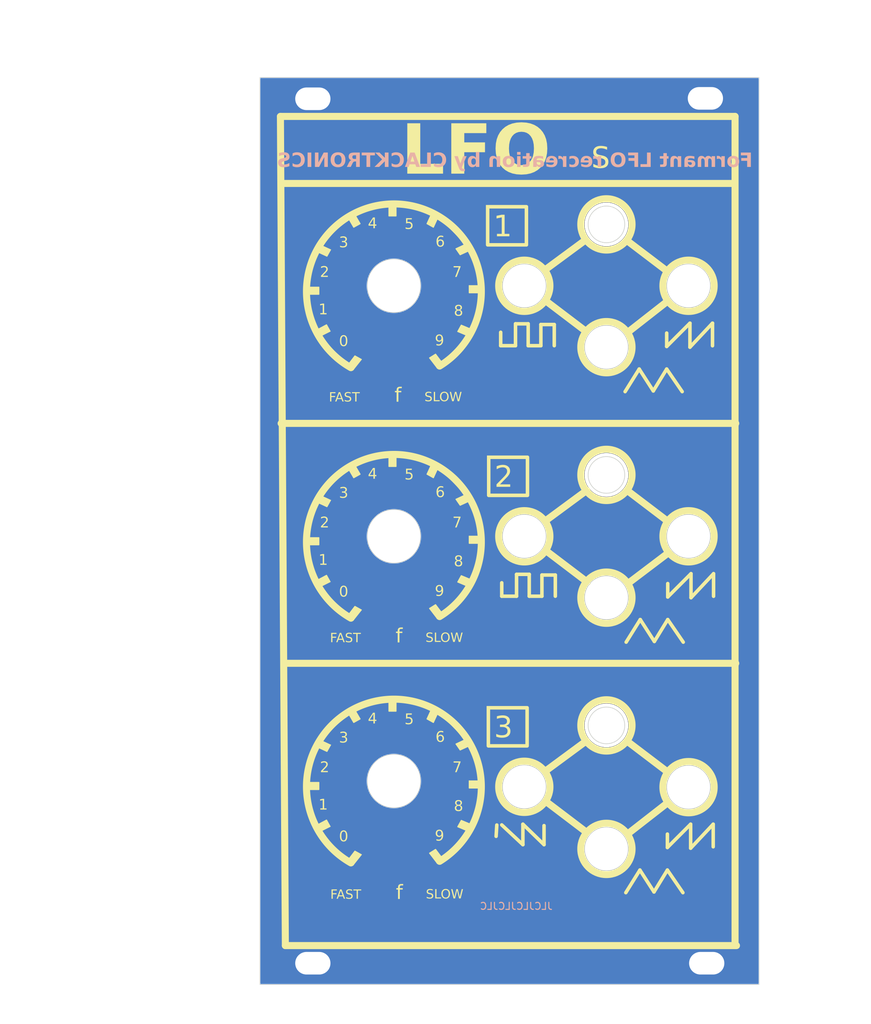
<source format=kicad_pcb>
(kicad_pcb (version 20240108) (generator "pcbnew") (generator_version "8.0")
  (layers (0 "F.Cu" signal) (31 "B.Cu" signal) (34 "B.Paste" user) (35 "F.Paste" user) (36 "B.SilkS" user "B.Silkscreen") (37 "F.SilkS" user "F.Silkscreen") (38 "B.Mask" user) (39 "F.Mask" user) (44 "Edge.Cuts" user))
  (net 0 "")
  (footprint "BYOM_General:plated_rack_hole" (layer "F.Cu") (at 154.19 40.94)
    (property "Reference" "REF**" (hide yes))
    (property "Value" "plated_rack_hole")
    (pad "1" thru_hole oval (at 0 0) (size 6 4.2) (drill oval 5 3.2) (layers "*.Cu" "*.Mask"))
  )
  (footprint "BYOM_General:plated_rack_hole" (layer "F.Cu") (at 98.5 41)
    (property "Reference" "REF**" (hide yes))
    (property "Value" "plated_rack_hole")
    (pad "1" thru_hole oval (at 0 0) (size 6 4.2) (drill oval 5 3.2) (layers "*.Cu" "*.Mask"))
  )
  (footprint "BYOM_General:plated_rack_hole" (layer "F.Cu") (at 154.38 163.5)
    (property "Reference" "REF**" (hide yes))
    (property "Value" "plated_rack_hole")
    (pad "1" thru_hole oval (at 0 0) (size 6 4.2) (drill oval 5 3.2) (layers "*.Cu" "*.Mask"))
  )
  (footprint "BYOM_General:plated_rack_hole" (layer "F.Cu") (at 98.5 163.5)
    (property "Reference" "REF**" (hide yes))
    (property "Value" "plated_rack_hole")
    (pad "1" thru_hole oval (at 0 0) (size 6 4.2) (drill oval 5 3.2) (layers "*.Cu" "*.Mask"))
  )
  (gr_line (start 127.25 72.89) (end 129.05 72.89) (stroke (width 0.5)) (layer "F.SilkS"))
  (gr_line (start 148.85 109.7) (end 148.85 111.6) (stroke (width 0.5)) (layer "F.SilkS"))
  (gr_poly (pts (xy 103.508202 148.87818) (xy 104.468202 147.61818) (xy 105.368202 148.11818) (xy 104.208202 149.57818) (xy 103.408202 149.07818)) (stroke (width 0.15)) (fill solid) (layer "F.SilkS"))
  (gr_arc (start 103.9 79.101815) (mid 109.777192 55.900188) (end 116.484005 78.87573) (stroke (width 1)) (layer "F.SilkS"))
  (gr_line (start 129.05 75.99) (end 130.85 75.99) (stroke (width 0.5)) (layer "F.SilkS"))
  (gr_poly (pts (xy 116.871704 78.46762) (xy 115.91 77.191815) (xy 115.06 77.721815) (xy 116.171704 79.16762) (xy 116.971704 78.66762)) (stroke (width 0.15)) (fill solid) (layer "F.SilkS"))
  (gr_line (start 116 57.301815) (end 119.8 61.201815) (stroke (width 0.15)) (layer "F.SilkS"))
  (gr_line (start 144.8 79.3) (end 146.8 82.4) (stroke (width 0.5)) (layer "F.SilkS"))
  (gr_line (start 137.4 145) (end 131.6 140.6) (stroke (width 1)) (layer "F.SilkS"))
  (gr_line (start 94.5 121) (end 158.5 121) (stroke (width 1)) (layer "F.SilkS"))
  (gr_line (start 127.25 75.99) (end 127.25 72.89) (stroke (width 0.5)) (layer "F.SilkS"))
  (gr_line (start 131.5 65.2) (end 137.2 61) (stroke (width 1)) (layer "F.SilkS"))
  (gr_line (start 143.3 132.2) (end 148.7 136.3) (stroke (width 1)) (layer "F.SilkS"))
  (gr_rect (start 97.25 67.701815) (end 99.35 68.701815) (stroke (width 0.15)) (fill solid) (layer "F.SilkS"))
  (gr_line (start 137.3 74) (end 131.5 69.6) (stroke (width 1)) (layer "F.SilkS"))
  (gr_poly (pts (xy 98.8 144.083164) (xy 100.44 143.213164) (xy 100.94 144.113164) (xy 99.2 144.983164)) (stroke (width 0.15)) (fill solid) (layer "F.SilkS"))
  (gr_line (start 148.7 79.3) (end 150.9 82.5) (stroke (width 0.5)) (layer "F.SilkS"))
  (gr_line (start 93.9 43.5) (end 158.4 43.5) (stroke (width 1)) (layer "F.SilkS"))
  (gr_circle (center 140.15 111.7) (end 143.785932 111.7) (stroke (width 1)) (fill none) (layer "F.SilkS"))
  (gr_line (start 152.1 143.8) (end 152.1 147.2) (stroke (width 0.5)) (layer "F.SilkS"))
  (gr_line (start 155.3 143.8) (end 155.3 147) (stroke (width 0.5)) (layer "F.SilkS"))
  (gr_poly (pts (xy 99.2 98.201815) (xy 100.5 98.801815) (xy 101 97.901815) (xy 99.7 97.301815) (xy 99 98.201815)) (stroke (width 0.15)) (fill solid) (layer "F.SilkS"))
  (gr_line (start 130.85 75.99) (end 130.85 72.99) (stroke (width 0.5)) (layer "F.SilkS"))
  (gr_line (start 155.35 108.3) (end 155.35 111.5) (stroke (width 0.5)) (layer "F.SilkS"))
  (gr_poly (pts (xy 115.3 92.901815) (xy 114.7 94.201815) (xy 115.6 94.701815) (xy 116.2 93.401815) (xy 115.3 92.701815)) (stroke (width 0.15)) (fill solid) (layer "F.SilkS"))
  (gr_rect (start 97.25 137.883164) (end 99.35 138.883164) (stroke (width 0.15)) (fill solid) (layer "F.SilkS"))
  (gr_line (start 146.95 117.9) (end 148.85 114.8) (stroke (width 0.5)) (layer "F.SilkS"))
  (gr_line (start 94.6 161) (end 93.9 43.5) (stroke (width 1)) (layer "F.SilkS"))
  (gr_line (start 152.1 147.2) (end 155.3 143.8) (stroke (width 0.5)) (layer "F.SilkS"))
  (gr_line (start 148.8 147.1) (end 152.1 143.8) (stroke (width 0.5)) (layer "F.SilkS"))
  (gr_line (start 94 87) (end 158.5 87) (stroke (width 1)) (layer "F.SilkS"))
  (gr_poly (pts (xy 103.508202 78.696831) (xy 104.468202 77.436831) (xy 105.368202 77.936831) (xy 104.208202 79.396831) (xy 103.408202 78.896831)) (stroke (width 0.15)) (fill solid) (layer "F.SilkS"))
  (gr_line (start 131 111.49) (end 131 108.49) (stroke (width 0.5)) (layer "F.SilkS"))
  (gr_line (start 125.3 111.49) (end 127.4 111.49) (stroke (width 0.5)) (layer "F.SilkS"))
  (gr_line (start 155.2 72.8) (end 155.2 76) (stroke (width 0.5)) (layer "F.SilkS"))
  (gr_line (start 125.15 74.09) (end 125.15 75.99) (stroke (width 0.5)) (layer "F.SilkS"))
  (gr_circle (center 128.5 67.5) (end 132.135932 67.5) (stroke (width 1)) (fill none) (layer "F.SilkS"))
  (gr_arc (start 103.9 114.601815) (mid 109.777192 91.400188) (end 116.484005 114.37573) (stroke (width 1)) (layer "F.SilkS"))
  (gr_circle (center 151.8 103) (end 155.435932 103) (stroke (width 1)) (fill none) (layer "F.SilkS"))
  (gr_line (start 158.6 161) (end 94.6 161) (stroke (width 1)) (layer "F.SilkS"))
  (gr_poly (pts (xy 115.3 57.401815) (xy 114.7 58.701815) (xy 115.6 59.201815) (xy 116.2 57.901815) (xy 115.3 57.201815)) (stroke (width 0.15)) (fill solid) (layer "F.SilkS"))
  (gr_line (start 152 76.2) (end 155.2 72.8) (stroke (width 0.5)) (layer "F.SilkS"))
  (gr_poly (pts (xy 104.5 127.683164) (xy 105.2 128.883164) (xy 104.3 129.383164) (xy 103.6 128.183164) (xy 104.5 127.483164)) (stroke (width 0.15)) (fill solid) (layer "F.SilkS"))
  (gr_poly (pts (xy 116.871704 113.96762) (xy 115.91 112.691815) (xy 115.06 113.221815) (xy 116.171704 114.66762) (xy 116.971704 114.16762)) (stroke (width 0.15)) (fill solid) (layer "F.SilkS"))
  (gr_line (start 142.9 153.5) (end 144.9 150.3) (stroke (width 0.5)) (layer "F.SilkS"))
  (gr_line (start 132.75 72.99) (end 132.75 75.99) (stroke (width 0.5)) (layer "F.SilkS"))
  (gr_line (start 129.05 72.89) (end 129.05 75.99) (stroke (width 0.5)) (layer "F.SilkS"))
  (gr_line (start 146.9 153.4) (end 148.8 150.3) (stroke (width 0.5)) (layer "F.SilkS"))
  (gr_line (start 130.85 72.99) (end 132.75 72.99) (stroke (width 0.5)) (layer "F.SilkS"))
  (gr_poly (pts (xy 99.2 132.883164) (xy 100.5 133.483164) (xy 101 132.583164) (xy 99.7 131.983164) (xy 99 132.883164)) (stroke (width 0.15)) (fill solid) (layer "F.SilkS"))
  (gr_poly (pts (xy 99.2 62.701815) (xy 100.5 63.301815) (xy 101 62.401815) (xy 99.7 61.801815) (xy 99 62.701815)) (stroke (width 0.15)) (fill solid) (layer "F.SilkS"))
  (gr_line (start 148.7 76.1) (end 152 72.8) (stroke (width 0.5)) (layer "F.SilkS"))
  (gr_rect (start 123.4 127.3) (end 128.9 132.7) (stroke (width 0.5)) (fill none) (layer "F.SilkS"))
  (gr_circle (center 140.15 58.8) (end 143.785932 58.8) (stroke (width 1)) (fill none) (layer "F.SilkS"))
  (gr_line (start 137.45 109.5) (end 131.65 105.1) (stroke (width 1)) (layer "F.SilkS"))
  (gr_poly (pts (xy 120.7 132.683164) (xy 119.4 133.283164) (xy 118.81 132.433164) (xy 120.2 131.783164) (xy 120.9 132.683164)) (stroke (width 0.15)) (fill solid) (layer "F.SilkS"))
  (gr_poly (pts (xy 115.3 127.583164) (xy 114.7 128.883164) (xy 115.6 129.383164) (xy 116.2 128.083164) (xy 115.3 127.383164)) (stroke (width 0.15)) (fill solid) (layer "F.SilkS"))
  (gr_line (start 152 72.8) (end 152 76.2) (stroke (width 0.5)) (layer "F.SilkS"))
  (gr_line (start 148.85 111.6) (end 152.15 108.3) (stroke (width 0.5)) (layer "F.SilkS"))
  (gr_circle (center 140.15 129.8) (end 143.785932 129.8) (stroke (width 1)) (fill none) (layer "F.SilkS"))
  (gr_line (start 149 105.3) (end 143.45 109.5) (stroke (width 1)) (layer "F.SilkS"))
  (gr_line (start 158.4 43.5) (end 158.4 161) (stroke (width 1)) (layer "F.SilkS"))
  (gr_line (start 128.3 143.8) (end 131.3 146.7) (stroke (width 0.5)) (layer "F.SilkS"))
  (gr_circle (center 151.8 138.55) (end 155.435932 138.55) (stroke (width 1)) (fill none) (layer "F.SilkS"))
  (gr_rect (start 123.45 91.8) (end 128.95 97.2) (stroke (width 0.5)) (fill none) (layer "F.SilkS"))
  (gr_rect (start 109.3 125.883164) (end 110.3 127.783164) (stroke (width 0.15)) (fill solid) (layer "F.SilkS"))
  (gr_line (start 131.3 146.7) (end 131.3 144) (stroke (width 0.5)) (layer "F.SilkS"))
  (gr_line (start 143.2 61.2) (end 148.6 65.3) (stroke (width 1)) (layer "F.SilkS"))
  (gr_line (start 143.35 96.7) (end 148.75 100.8) (stroke (width 1)) (layer "F.SilkS"))
  (gr_line (start 152.15 108.3) (end 152.15 111.7) (stroke (width 0.5)) (layer "F.SilkS"))
  (gr_line (start 148.8 69.7) (end 143.3 74) (stroke (width 1)) (layer "F.SilkS"))
  (gr_line (start 152.15 111.7) (end 155.35 108.3) (stroke (width 0.5)) (layer "F.SilkS"))
  (gr_poly (pts (xy 120.8 143.783164) (xy 119.56 143.263164) (xy 119.06 144.163164) (xy 120.3 144.683164) (xy 121 143.783164)) (stroke (width 0.15)) (fill solid) (layer "F.SilkS"))
  (gr_rect (start 109.3 55.701815) (end 110.3 57.601815) (stroke (width 0.15)) (fill solid) (layer "F.SilkS"))
  (gr_circle (center 140.15 147.3) (end 143.785932 147.3) (stroke (width 1)) (fill none) (layer "F.SilkS"))
  (gr_line (start 94 53) (end 158 53) (stroke (width 1)) (layer "F.SilkS"))
  (gr_poly (pts (xy 116.871704 148.648969) (xy 115.91 147.373164) (xy 115.06 147.903164) (xy 116.171704 149.348969) (xy 116.971704 148.848969)) (stroke (width 0.15)) (fill solid) (layer "F.SilkS"))
  (gr_rect (start 120.69 67.491815) (end 122.59 68.491815) (stroke (width 0.15)) (fill solid) (layer "F.SilkS"))
  (gr_line (start 144.95 114.8) (end 146.95 117.9) (stroke (width 0.5)) (layer "F.SilkS"))
  (gr_poly (pts (xy 120.8 109.101815) (xy 119.56 108.581815) (xy 119.06 109.481815) (xy 120.3 110.001815) (xy 121 109.101815)) (stroke (width 0.15)) (fill solid) (layer "F.SilkS"))
  (gr_rect (start 120.69 102.991815) (end 122.59 103.991815) (stroke (width 0.15)) (fill solid) (layer "F.SilkS"))
  (gr_line (start 148.7 74.2) (end 148.7 76.1) (stroke (width 0.5)) (layer "F.SilkS"))
  (gr_rect (start 123.3 56.3) (end 128.8 61.7) (stroke (width 0.5)) (fill none) (layer "F.SilkS"))
  (gr_line (start 128.3 146.7) (end 128.3 143.8) (stroke (width 0.5)) (layer "F.SilkS"))
  (gr_line (start 146.8 82.4) (end 148.7 79.3) (stroke (width 0.5)) (layer "F.SilkS"))
  (gr_line (start 116 92.801815) (end 119.8 96.701815) (stroke (width 0.15)) (layer "F.SilkS"))
  (gr_circle (center 151.8 67.5) (end 155.435932 67.5) (stroke (width 1)) (fill none) (layer "F.SilkS"))
  (gr_circle (center 128.5 138.5) (end 132.135932 138.5) (stroke (width 1)) (fill none) (layer "F.SilkS"))
  (gr_line (start 125.15 75.99) (end 127.25 75.99) (stroke (width 0.5)) (layer "F.SilkS"))
  (gr_rect (start 109.3 91.201815) (end 110.3 93.101815) (stroke (width 0.15)) (fill solid) (layer "F.SilkS"))
  (gr_line (start 125.3 143.9) (end 128.3 146.7) (stroke (width 0.5)) (layer "F.SilkS"))
  (gr_line (start 129.2 108.39) (end 129.2 111.49) (stroke (width 0.5)) (layer "F.SilkS"))
  (gr_poly (pts (xy 98.8 109.401815) (xy 100.44 108.531815) (xy 100.94 109.431815) (xy 99.2 110.301815)) (stroke (width 0.15)) (fill solid) (layer "F.SilkS"))
  (gr_line (start 116 127.483164) (end 119.8 131.383164) (stroke (width 0.15)) (layer "F.SilkS"))
  (gr_poly (pts (xy 98.8 73.901815) (xy 100.44 73.031815) (xy 100.94 73.931815) (xy 99.2 74.801815)) (stroke (width 0.15)) (fill solid) (layer "F.SilkS"))
  (gr_line (start 144.9 150.3) (end 146.9 153.4) (stroke (width 0.5)) (layer "F.SilkS"))
  (gr_line (start 125.3 109.59) (end 125.3 111.49) (stroke (width 0.5)) (layer "F.SilkS"))
  (gr_line (start 131 108.49) (end 132.9 108.49) (stroke (width 0.5)) (layer "F.SilkS"))
  (gr_poly (pts (xy 120.7 62.501815) (xy 119.4 63.101815) (xy 118.81 62.251815) (xy 120.2 61.601815) (xy 120.9 62.501815)) (stroke (width 0.15)) (fill solid) (layer "F.SilkS"))
  (gr_line (start 148.85 114.8) (end 151.05 118) (stroke (width 0.5)) (layer "F.SilkS"))
  (gr_line (start 124.5 145.516836) (end 124.6 143.916836) (stroke (width 0.5)) (layer "F.SilkS"))
  (gr_poly (pts (xy 120.7 98.001815) (xy 119.4 98.601815) (xy 118.81 97.751815) (xy 120.2 97.101815) (xy 120.9 98.001815)) (stroke (width 0.15)) (fill solid) (layer "F.SilkS"))
  (gr_circle (center 128.5 103) (end 132.135932 103) (stroke (width 1)) (fill none) (layer "F.SilkS"))
  (gr_line (start 132.9 108.49) (end 132.9 111.49) (stroke (width 0.5)) (layer "F.SilkS"))
  (gr_line (start 131.6 136.2) (end 137.3 132) (stroke (width 1)) (layer "F.SilkS"))
  (gr_circle (center 140.15 76.2) (end 143.785932 76.2) (stroke (width 1)) (fill none) (layer "F.SilkS"))
  (gr_poly (pts (xy 103.508202 114.196831) (xy 104.468202 112.936831) (xy 105.368202 113.436831) (xy 104.208202 114.896831) (xy 103.408202 114.396831)) (stroke (width 0.15)) (fill solid) (layer "F.SilkS"))
  (gr_line (start 127.4 111.49) (end 127.4 108.39) (stroke (width 0.5)) (layer "F.SilkS"))
  (gr_arc (start 103.9 149.283164) (mid 109.777192 126.081537) (end 116.484005 149.057079) (stroke (width 1)) (layer "F.SilkS"))
  (gr_line (start 148.8 150.3) (end 151 153.5) (stroke (width 0.5)) (layer "F.SilkS"))
  (gr_line (start 129.2 111.49) (end 131 111.49) (stroke (width 0.5)) (layer "F.SilkS"))
  (gr_line (start 148.85 140.75) (end 143.2 145.15) (stroke (width 1)) (layer "F.SilkS"))
  (gr_poly (pts (xy 120.8 73.601815) (xy 119.56 73.081815) (xy 119.06 73.981815) (xy 120.3 74.501815) (xy 121 73.601815)) (stroke (width 0.15)) (fill solid) (layer "F.SilkS"))
  (gr_poly (pts (xy 104.5 57.501815) (xy 105.2 58.701815) (xy 104.3 59.201815) (xy 103.6 58.001815) (xy 104.5 57.301815)) (stroke (width 0.15)) (fill solid) (layer "F.SilkS"))
  (gr_line (start 127.4 108.39) (end 129.2 108.39) (stroke (width 0.5)) (layer "F.SilkS"))
  (gr_line (start 148.8 145.2) (end 148.8 147.1) (stroke (width 0.5)) (layer "F.SilkS"))
  (gr_rect (start 120.69 137.673164) (end 122.59 138.673164) (stroke (width 0.15)) (fill solid) (layer "F.SilkS"))
  (gr_line (start 131.65 100.7) (end 137.35 96.5) (stroke (width 1)) (layer "F.SilkS"))
  (gr_circle (center 140.15 94.3) (end 143.785932 94.3) (stroke (width 1)) (fill none) (layer "F.SilkS"))
  (gr_line (start 142.8 82.5) (end 144.8 79.3) (stroke (width 0.5)) (layer "F.SilkS"))
  (gr_rect (start 97.25 103.201815) (end 99.35 104.201815) (stroke (width 0.15)) (fill solid) (layer "F.SilkS"))
  (gr_poly (pts (xy 104.5 93.001815) (xy 105.2 94.201815) (xy 104.3 94.701815) (xy 103.6 93.501815) (xy 104.5 92.801815)) (stroke (width 0.15)) (fill solid) (layer "F.SilkS"))
  (gr_line (start 142.95 118) (end 144.95 114.8) (stroke (width 0.5)) (layer "F.SilkS"))
  (gr_rect (start 91 38) (end 161.8 166.5) (stroke (width 0.1)) (fill none) (layer "Edge.Cuts"))
  (gr_circle (center 110 137.681349) (end 113.8 137.681349) (stroke (width 0.1)) (fill none) (layer "Edge.Cuts"))
  (gr_circle (center 110 67.5) (end 113.8 67.5) (stroke (width 0.1)) (fill none) (layer "Edge.Cuts"))
  (gr_circle (center 140.15 111.7) (end 143.25 111.7) (stroke (width 0.1)) (fill none) (layer "Edge.Cuts"))
  (gr_circle (center 140.15 94.3) (end 142.75 94.3) (stroke (width 0.1)) (fill none) (layer "Edge.Cuts"))
  (gr_circle (center 140.15 147.3) (end 143.25 147.3) (stroke (width 0.1)) (fill none) (layer "Edge.Cuts"))
  (gr_circle (center 151.8 67.5) (end 154.9 67.5) (stroke (width 0.1)) (fill none) (layer "Edge.Cuts"))
  (gr_circle (center 128.5 67.5) (end 131.6 67.5) (stroke (width 0.1)) (fill none) (layer "Edge.Cuts"))
  (gr_circle (center 140.15 129.8) (end 142.75 129.8) (stroke (width 0.1)) (fill none) (layer "Edge.Cuts"))
  (gr_circle (center 110 103) (end 113.8 103) (stroke (width 0.1)) (fill none) (layer "Edge.Cuts"))
  (gr_circle (center 140.15 76.2) (end 143.25 76.2) (stroke (width 0.1)) (fill none) (layer "Edge.Cuts"))
  (gr_circle (center 128.5 103) (end 131.6 103) (stroke (width 0.1)) (fill none) (layer "Edge.Cuts"))
  (gr_circle (center 151.8 138.55) (end 154.9 138.55) (stroke (width 0.1)) (fill none) (layer "Edge.Cuts"))
  (gr_circle (center 128.5 138.5) (end 131.6 138.5) (stroke (width 0.1)) (fill none) (layer "Edge.Cuts"))
  (gr_circle (center 151.8 103) (end 154.9 103) (stroke (width 0.1)) (fill none) (layer "Edge.Cuts"))
  (gr_circle (center 140.15 58.8) (end 142.75 58.8) (stroke (width 0.1)) (fill none) (layer "Edge.Cuts"))
  (gr_text "JLCJLCJLCJLC" (at 132.6 156 0) (layer "B.SilkS") (effects (font (size 1 1)) (justify left bottom mirror)))
  (gr_text "Formant LFO recreation by CLACKTRONICS" (at 160.9 51 0) (layer "B.SilkS") (effects (font (size 2 2) (thickness 0.2) (bold yes)) (justify left bottom mirror)))
  (gr_text "FAST" (at 100.92 118.23 0) (layer "F.SilkS") (effects (font (size 1.3 1.3)) (justify left bottom)))
  (gr_text "0" (at 102.2 76.301815 0) (layer "F.SilkS") (effects (font (size 1.5 1.5)) (justify left bottom)))
  (gr_text "1" (at 99.3 141.983164 0) (layer "F.SilkS") (effects (font (size 1.5 1.5)) (justify left bottom)))
  (gr_text "6" (at 115.9 132.383164 0) (layer "F.SilkS") (effects (font (size 1.5 1.5)) (justify left bottom)))
  (gr_text "f" (at 110.28 154.734513 0) (layer "F.SilkS") (effects (font (size 2 2)) (justify left bottom)))
  (gr_text "3" (at 102.2 62.301815 0) (layer "F.SilkS") (effects (font (size 1.5 1.5)) (justify left bottom)))
  (gr_text "4" (at 106.3 59.601815 0) (layer "F.SilkS") (effects (font (size 1.5 1.5)) (justify left bottom)))
  (gr_text "1" (at 124.1 61 0) (layer "F.SilkS") (effects (font (size 3 3)) (justify left bottom)))
  (gr_text "8" (at 118.5 107.501815 0) (layer "F.SilkS") (effects (font (size 1.5 1.5)) (justify left bottom)))
  (gr_text "1" (at 99.3 71.801815 0) (layer "F.SilkS") (effects (font (size 1.5 1.5)) (justify left bottom)))
  (gr_text "2" (at 99.5 136.683164 0) (layer "F.SilkS") (effects (font (size 1.5 1.5)) (justify left bottom)))
  (gr_text "0" (at 102.2 146.483164 0) (layer "F.SilkS") (effects (font (size 1.5 1.5)) (justify left bottom)))
  (gr_text "LFO" (at 111 52.8 0) (layer "F.SilkS") (effects (font (size 7 7) (thickness 0.2) (bold yes)) (justify left bottom)))
  (gr_text "2" (at 124.25 96.5 0) (layer "F.SilkS") (effects (font (size 3 3)) (justify left bottom)))
  (gr_text "3" (at 124.2 132 0) (layer "F.SilkS") (effects (font (size 3 3)) (justify left bottom)))
  (gr_text "3" (at 102.2 132.483164 0) (layer "F.SilkS") (effects (font (size 1.5 1.5)) (justify left bottom)))
  (gr_text "5" (at 111.5 59.701815 0) (layer "F.SilkS") (effects (font (size 1.5 1.5)) (justify left bottom)))
  (gr_text "4" (at 106.3 95.101815 0) (layer "F.SilkS") (effects (font (size 1.5 1.5)) (justify left bottom)))
  (gr_text "S" (at 138 51.3 0) (layer "F.SilkS") (effects (font (size 3 3)) (justify left bottom)))
  (gr_text "SLOW\n" (at 114.53 154.544513 0) (layer "F.SilkS") (effects (font (size 1.3 1.3)) (justify left bottom)))
  (gr_text "5" (at 111.5 95.201815 0) (layer "F.SilkS") (effects (font (size 1.5 1.5)) (justify left bottom)))
  (gr_text "2" (at 99.5 102.001815 0) (layer "F.SilkS") (effects (font (size 1.5 1.5)) (justify left bottom)))
  (gr_text "7" (at 118.3 102.001815 0) (layer "F.SilkS") (effects (font (size 1.5 1.5)) (justify left bottom)))
  (gr_text "f" (at 110.23 118.38 0) (layer "F.SilkS") (effects (font (size 2 2)) (justify left bottom)))
  (gr_text "9" (at 115.8 146.383164 0) (layer "F.SilkS") (effects (font (size 1.5 1.5)) (justify left bottom)))
  (gr_text "6" (at 115.9 97.701815 0) (layer "F.SilkS") (effects (font (size 1.5 1.5)) (justify left bottom)))
  (gr_text "f" (at 110.08 84.27 0) (layer "F.SilkS") (effects (font (size 2 2)) (justify left bottom)))
  (gr_text "8" (at 118.5 142.183164 0) (layer "F.SilkS") (effects (font (size 1.5 1.5)) (justify left bottom)))
  (gr_text "SLOW\n" (at 114.33 84.08 0) (layer "F.SilkS") (effects (font (size 1.3 1.3)) (justify left bottom)))
  (gr_text "9" (at 115.8 111.701815 0) (layer "F.SilkS") (effects (font (size 1.5 1.5)) (justify left bottom)))
  (gr_text "FAST" (at 100.97 154.584513 0) (layer "F.SilkS") (effects (font (size 1.3 1.3)) (justify left bottom)))
  (gr_text "8" (at 118.5 72.001815 0) (layer "F.SilkS") (effects (font (size 1.5 1.5)) (justify left bottom)))
  (gr_text "SLOW\n" (at 114.48 118.19 0) (layer "F.SilkS") (effects (font (size 1.3 1.3)) (justify left bottom)))
  (gr_text "7" (at 118.3 66.501815 0) (layer "F.SilkS") (effects (font (size 1.5 1.5)) (justify left bottom)))
  (gr_text "5" (at 111.5 129.883164 0) (layer "F.SilkS") (effects (font (size 1.5 1.5)) (justify left bottom)))
  (gr_text "6" (at 115.9 62.201815 0) (layer "F.SilkS") (effects (font (size 1.5 1.5)) (justify left bottom)))
  (gr_text "1" (at 99.3 107.301815 0) (layer "F.SilkS") (effects (font (size 1.5 1.5)) (justify left bottom)))
  (gr_text "9" (at 115.8 76.201815 0) (layer "F.SilkS") (effects (font (size 1.5 1.5)) (justify left bottom)))
  (gr_text "FAST" (at 100.77 84.12 0) (layer "F.SilkS") (effects (font (size 1.3 1.3)) (justify left bottom)))
  (gr_text "4" (at 106.3 129.783164 0) (layer "F.SilkS") (effects (font (size 1.5 1.5)) (justify left bottom)))
  (gr_text "3" (at 102.2 97.801815 0) (layer "F.SilkS") (effects (font (size 1.5 1.5)) (justify left bottom)))
  (gr_text "0" (at 102.2 111.801815 0) (layer "F.SilkS") (effects (font (size 1.5 1.5)) (justify left bottom)))
  (gr_text "7" (at 118.3 136.683164 0) (layer "F.SilkS") (effects (font (size 1.5 1.5)) (justify left bottom)))
  (gr_text "2" (at 99.5 66.501815 0) (layer "F.SilkS") (effects (font (size 1.5 1.5)) (justify left bottom)))
  (zone (net 0) (net_name "") (layers "F&B.Cu") (connect_pads (clearance 0.5)) (min_thickness 0.25) (fill yes (thermal_gap 0.5) (thermal_bridge_width 0.5) (island_removal_mode 1) (island_area_min 10))
    (polygon (pts (xy 90 37) (xy 90 168) (xy 163 168) (xy 163 37)))
  )
)
</source>
